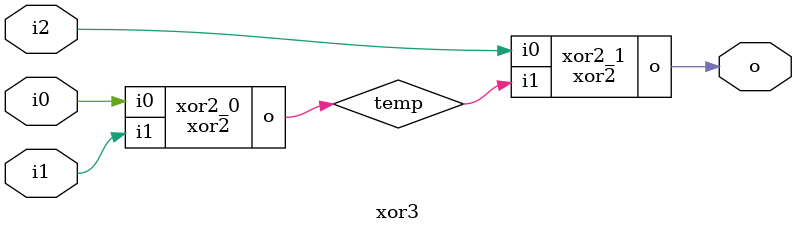
<source format=v>
module and2 (input wire i0, i1, output wire o);
	assign o = i0 & i1;
endmodule

module or2 (input wire i0, i1, output wire o);
	assign o = i0 | i1;
endmodule

module xor2 (input wire i0, i1, output wire o);
	assign o = i0 ^ i1;
endmodule

module xor3 (input wire i0, i1, i2, output wire o);
	wire temp;
	xor2 xor2_0 (i0, i1, temp);
	xor2 xor2_1 (i2, temp, o);
endmodule
</source>
